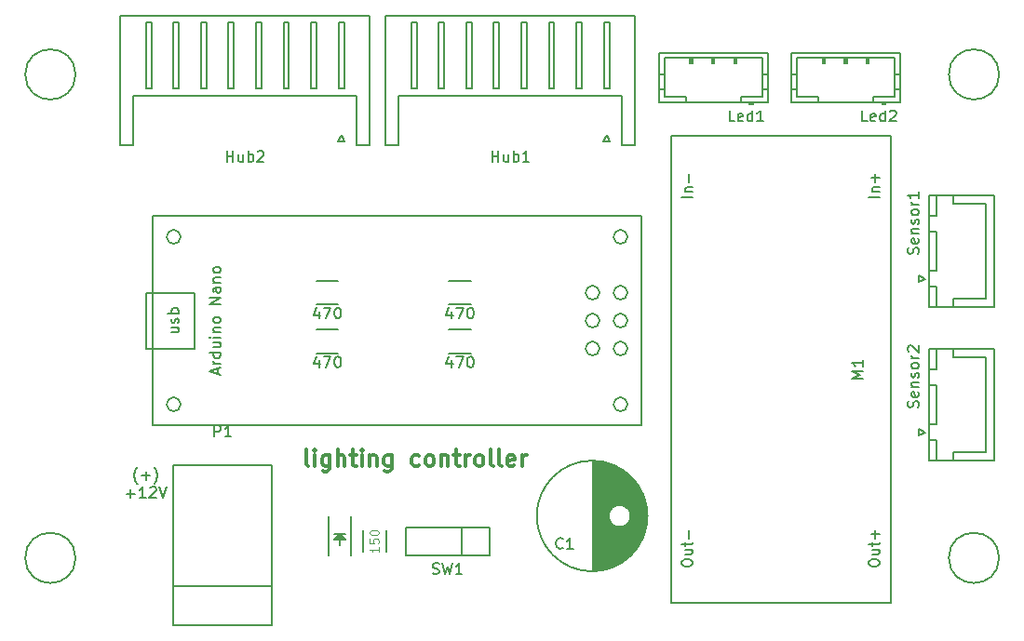
<source format=gbr>
G04 #@! TF.FileFunction,Legend,Top*
%FSLAX46Y46*%
G04 Gerber Fmt 4.6, Leading zero omitted, Abs format (unit mm)*
G04 Created by KiCad (PCBNEW 4.0.3+e1-6302~38~ubuntu15.04.1-stable) date Mon Sep 12 00:10:40 2016*
%MOMM*%
%LPD*%
G01*
G04 APERTURE LIST*
%ADD10C,0.100000*%
%ADD11C,0.300000*%
%ADD12C,0.150000*%
G04 APERTURE END LIST*
D10*
D11*
X81471715Y-78656571D02*
X81328857Y-78585143D01*
X81257429Y-78442286D01*
X81257429Y-77156571D01*
X82043143Y-78656571D02*
X82043143Y-77656571D01*
X82043143Y-77156571D02*
X81971714Y-77228000D01*
X82043143Y-77299429D01*
X82114571Y-77228000D01*
X82043143Y-77156571D01*
X82043143Y-77299429D01*
X83400286Y-77656571D02*
X83400286Y-78870857D01*
X83328857Y-79013714D01*
X83257429Y-79085143D01*
X83114572Y-79156571D01*
X82900286Y-79156571D01*
X82757429Y-79085143D01*
X83400286Y-78585143D02*
X83257429Y-78656571D01*
X82971715Y-78656571D01*
X82828857Y-78585143D01*
X82757429Y-78513714D01*
X82686000Y-78370857D01*
X82686000Y-77942286D01*
X82757429Y-77799429D01*
X82828857Y-77728000D01*
X82971715Y-77656571D01*
X83257429Y-77656571D01*
X83400286Y-77728000D01*
X84114572Y-78656571D02*
X84114572Y-77156571D01*
X84757429Y-78656571D02*
X84757429Y-77870857D01*
X84686000Y-77728000D01*
X84543143Y-77656571D01*
X84328858Y-77656571D01*
X84186000Y-77728000D01*
X84114572Y-77799429D01*
X85257429Y-77656571D02*
X85828858Y-77656571D01*
X85471715Y-77156571D02*
X85471715Y-78442286D01*
X85543143Y-78585143D01*
X85686001Y-78656571D01*
X85828858Y-78656571D01*
X86328858Y-78656571D02*
X86328858Y-77656571D01*
X86328858Y-77156571D02*
X86257429Y-77228000D01*
X86328858Y-77299429D01*
X86400286Y-77228000D01*
X86328858Y-77156571D01*
X86328858Y-77299429D01*
X87043144Y-77656571D02*
X87043144Y-78656571D01*
X87043144Y-77799429D02*
X87114572Y-77728000D01*
X87257430Y-77656571D01*
X87471715Y-77656571D01*
X87614572Y-77728000D01*
X87686001Y-77870857D01*
X87686001Y-78656571D01*
X89043144Y-77656571D02*
X89043144Y-78870857D01*
X88971715Y-79013714D01*
X88900287Y-79085143D01*
X88757430Y-79156571D01*
X88543144Y-79156571D01*
X88400287Y-79085143D01*
X89043144Y-78585143D02*
X88900287Y-78656571D01*
X88614573Y-78656571D01*
X88471715Y-78585143D01*
X88400287Y-78513714D01*
X88328858Y-78370857D01*
X88328858Y-77942286D01*
X88400287Y-77799429D01*
X88471715Y-77728000D01*
X88614573Y-77656571D01*
X88900287Y-77656571D01*
X89043144Y-77728000D01*
X91543144Y-78585143D02*
X91400287Y-78656571D01*
X91114573Y-78656571D01*
X90971715Y-78585143D01*
X90900287Y-78513714D01*
X90828858Y-78370857D01*
X90828858Y-77942286D01*
X90900287Y-77799429D01*
X90971715Y-77728000D01*
X91114573Y-77656571D01*
X91400287Y-77656571D01*
X91543144Y-77728000D01*
X92400287Y-78656571D02*
X92257429Y-78585143D01*
X92186001Y-78513714D01*
X92114572Y-78370857D01*
X92114572Y-77942286D01*
X92186001Y-77799429D01*
X92257429Y-77728000D01*
X92400287Y-77656571D01*
X92614572Y-77656571D01*
X92757429Y-77728000D01*
X92828858Y-77799429D01*
X92900287Y-77942286D01*
X92900287Y-78370857D01*
X92828858Y-78513714D01*
X92757429Y-78585143D01*
X92614572Y-78656571D01*
X92400287Y-78656571D01*
X93543144Y-77656571D02*
X93543144Y-78656571D01*
X93543144Y-77799429D02*
X93614572Y-77728000D01*
X93757430Y-77656571D01*
X93971715Y-77656571D01*
X94114572Y-77728000D01*
X94186001Y-77870857D01*
X94186001Y-78656571D01*
X94686001Y-77656571D02*
X95257430Y-77656571D01*
X94900287Y-77156571D02*
X94900287Y-78442286D01*
X94971715Y-78585143D01*
X95114573Y-78656571D01*
X95257430Y-78656571D01*
X95757430Y-78656571D02*
X95757430Y-77656571D01*
X95757430Y-77942286D02*
X95828858Y-77799429D01*
X95900287Y-77728000D01*
X96043144Y-77656571D01*
X96186001Y-77656571D01*
X96900287Y-78656571D02*
X96757429Y-78585143D01*
X96686001Y-78513714D01*
X96614572Y-78370857D01*
X96614572Y-77942286D01*
X96686001Y-77799429D01*
X96757429Y-77728000D01*
X96900287Y-77656571D01*
X97114572Y-77656571D01*
X97257429Y-77728000D01*
X97328858Y-77799429D01*
X97400287Y-77942286D01*
X97400287Y-78370857D01*
X97328858Y-78513714D01*
X97257429Y-78585143D01*
X97114572Y-78656571D01*
X96900287Y-78656571D01*
X98257430Y-78656571D02*
X98114572Y-78585143D01*
X98043144Y-78442286D01*
X98043144Y-77156571D01*
X99043144Y-78656571D02*
X98900286Y-78585143D01*
X98828858Y-78442286D01*
X98828858Y-77156571D01*
X100186000Y-78585143D02*
X100043143Y-78656571D01*
X99757429Y-78656571D01*
X99614572Y-78585143D01*
X99543143Y-78442286D01*
X99543143Y-77870857D01*
X99614572Y-77728000D01*
X99757429Y-77656571D01*
X100043143Y-77656571D01*
X100186000Y-77728000D01*
X100257429Y-77870857D01*
X100257429Y-78013714D01*
X99543143Y-78156571D01*
X100900286Y-78656571D02*
X100900286Y-77656571D01*
X100900286Y-77942286D02*
X100971714Y-77799429D01*
X101043143Y-77728000D01*
X101186000Y-77656571D01*
X101328857Y-77656571D01*
D12*
X65913096Y-80272333D02*
X65865476Y-80224714D01*
X65770238Y-80081857D01*
X65722619Y-79986619D01*
X65675000Y-79843762D01*
X65627381Y-79605667D01*
X65627381Y-79415190D01*
X65675000Y-79177095D01*
X65722619Y-79034238D01*
X65770238Y-78939000D01*
X65865476Y-78796143D01*
X65913096Y-78748524D01*
X66294048Y-79510429D02*
X67055953Y-79510429D01*
X66675001Y-79891381D02*
X66675001Y-79129476D01*
X67436905Y-80272333D02*
X67484524Y-80224714D01*
X67579762Y-80081857D01*
X67627381Y-79986619D01*
X67675000Y-79843762D01*
X67722619Y-79605667D01*
X67722619Y-79415190D01*
X67675000Y-79177095D01*
X67627381Y-79034238D01*
X67579762Y-78939000D01*
X67484524Y-78796143D01*
X67436905Y-78748524D01*
X64913095Y-81160429D02*
X65675000Y-81160429D01*
X65294048Y-81541381D02*
X65294048Y-80779476D01*
X66675000Y-81541381D02*
X66103571Y-81541381D01*
X66389285Y-81541381D02*
X66389285Y-80541381D01*
X66294047Y-80684238D01*
X66198809Y-80779476D01*
X66103571Y-80827095D01*
X67055952Y-80636619D02*
X67103571Y-80589000D01*
X67198809Y-80541381D01*
X67436905Y-80541381D01*
X67532143Y-80589000D01*
X67579762Y-80636619D01*
X67627381Y-80731857D01*
X67627381Y-80827095D01*
X67579762Y-80969952D01*
X67008333Y-81541381D01*
X67627381Y-81541381D01*
X67913095Y-80541381D02*
X68246428Y-81541381D01*
X68579762Y-80541381D01*
X107350000Y-78186000D02*
X107350000Y-88184000D01*
X107490000Y-78190000D02*
X107490000Y-88180000D01*
X107630000Y-78198000D02*
X107630000Y-88172000D01*
X107770000Y-78210000D02*
X107770000Y-88160000D01*
X107910000Y-78225000D02*
X107910000Y-88145000D01*
X108050000Y-78245000D02*
X108050000Y-88125000D01*
X108190000Y-78269000D02*
X108190000Y-88101000D01*
X108330000Y-78298000D02*
X108330000Y-88072000D01*
X108470000Y-78330000D02*
X108470000Y-88040000D01*
X108610000Y-78367000D02*
X108610000Y-88003000D01*
X108750000Y-78408000D02*
X108750000Y-87962000D01*
X108890000Y-78453000D02*
X108890000Y-82719000D01*
X108890000Y-83651000D02*
X108890000Y-87917000D01*
X109030000Y-78503000D02*
X109030000Y-82518000D01*
X109030000Y-83852000D02*
X109030000Y-87867000D01*
X109170000Y-78558000D02*
X109170000Y-82389000D01*
X109170000Y-83981000D02*
X109170000Y-87812000D01*
X109310000Y-78618000D02*
X109310000Y-82300000D01*
X109310000Y-84070000D02*
X109310000Y-87752000D01*
X109450000Y-78683000D02*
X109450000Y-82239000D01*
X109450000Y-84131000D02*
X109450000Y-87687000D01*
X109590000Y-78753000D02*
X109590000Y-82202000D01*
X109590000Y-84168000D02*
X109590000Y-87617000D01*
X109730000Y-78829000D02*
X109730000Y-82186000D01*
X109730000Y-84184000D02*
X109730000Y-87541000D01*
X109870000Y-78911000D02*
X109870000Y-82190000D01*
X109870000Y-84180000D02*
X109870000Y-87459000D01*
X110010000Y-78999000D02*
X110010000Y-82213000D01*
X110010000Y-84157000D02*
X110010000Y-87371000D01*
X110150000Y-79094000D02*
X110150000Y-82258000D01*
X110150000Y-84112000D02*
X110150000Y-87276000D01*
X110290000Y-79196000D02*
X110290000Y-82328000D01*
X110290000Y-84042000D02*
X110290000Y-87174000D01*
X110430000Y-79306000D02*
X110430000Y-82429000D01*
X110430000Y-83941000D02*
X110430000Y-87064000D01*
X110570000Y-79424000D02*
X110570000Y-82578000D01*
X110570000Y-83792000D02*
X110570000Y-86946000D01*
X110710000Y-79552000D02*
X110710000Y-82830000D01*
X110710000Y-83540000D02*
X110710000Y-86818000D01*
X110850000Y-79689000D02*
X110850000Y-86681000D01*
X110990000Y-79839000D02*
X110990000Y-86531000D01*
X111130000Y-80001000D02*
X111130000Y-86369000D01*
X111270000Y-80178000D02*
X111270000Y-86192000D01*
X111410000Y-80374000D02*
X111410000Y-85996000D01*
X111550000Y-80592000D02*
X111550000Y-85778000D01*
X111690000Y-80838000D02*
X111690000Y-85532000D01*
X111830000Y-81123000D02*
X111830000Y-85247000D01*
X111970000Y-81465000D02*
X111970000Y-84905000D01*
X112110000Y-81911000D02*
X112110000Y-84459000D01*
X112250000Y-82686000D02*
X112250000Y-83684000D01*
X110775000Y-83185000D02*
G75*
G03X110775000Y-83185000I-1000000J0D01*
G01*
X112312500Y-83185000D02*
G75*
G03X112312500Y-83185000I-5037500J0D01*
G01*
X99835000Y-37640000D02*
X111185000Y-37640000D01*
X111185000Y-37640000D02*
X111185000Y-49440000D01*
X111185000Y-49440000D02*
X109985000Y-49440000D01*
X109985000Y-49440000D02*
X109985000Y-44940000D01*
X109985000Y-44940000D02*
X99835000Y-44940000D01*
X99835000Y-37640000D02*
X88485000Y-37640000D01*
X88485000Y-37640000D02*
X88485000Y-49440000D01*
X88485000Y-49440000D02*
X89685000Y-49440000D01*
X89685000Y-49440000D02*
X89685000Y-44940000D01*
X89685000Y-44940000D02*
X99835000Y-44940000D01*
X108835000Y-44290000D02*
X108835000Y-38290000D01*
X108835000Y-38290000D02*
X108335000Y-38290000D01*
X108335000Y-38290000D02*
X108335000Y-44290000D01*
X108335000Y-44290000D02*
X108835000Y-44290000D01*
X106335000Y-44290000D02*
X106335000Y-38290000D01*
X106335000Y-38290000D02*
X105835000Y-38290000D01*
X105835000Y-38290000D02*
X105835000Y-44290000D01*
X105835000Y-44290000D02*
X106335000Y-44290000D01*
X103835000Y-44290000D02*
X103835000Y-38290000D01*
X103835000Y-38290000D02*
X103335000Y-38290000D01*
X103335000Y-38290000D02*
X103335000Y-44290000D01*
X103335000Y-44290000D02*
X103835000Y-44290000D01*
X101335000Y-44290000D02*
X101335000Y-38290000D01*
X101335000Y-38290000D02*
X100835000Y-38290000D01*
X100835000Y-38290000D02*
X100835000Y-44290000D01*
X100835000Y-44290000D02*
X101335000Y-44290000D01*
X98835000Y-44290000D02*
X98835000Y-38290000D01*
X98835000Y-38290000D02*
X98335000Y-38290000D01*
X98335000Y-38290000D02*
X98335000Y-44290000D01*
X98335000Y-44290000D02*
X98835000Y-44290000D01*
X96335000Y-44290000D02*
X96335000Y-38290000D01*
X96335000Y-38290000D02*
X95835000Y-38290000D01*
X95835000Y-38290000D02*
X95835000Y-44290000D01*
X95835000Y-44290000D02*
X96335000Y-44290000D01*
X93835000Y-44290000D02*
X93835000Y-38290000D01*
X93835000Y-38290000D02*
X93335000Y-38290000D01*
X93335000Y-38290000D02*
X93335000Y-44290000D01*
X93335000Y-44290000D02*
X93835000Y-44290000D01*
X91335000Y-44290000D02*
X91335000Y-38290000D01*
X91335000Y-38290000D02*
X90835000Y-38290000D01*
X90835000Y-38290000D02*
X90835000Y-44290000D01*
X90835000Y-44290000D02*
X91335000Y-44290000D01*
X108585000Y-48490000D02*
X108885000Y-49090000D01*
X108885000Y-49090000D02*
X108285000Y-49090000D01*
X108285000Y-49090000D02*
X108585000Y-48490000D01*
X75705000Y-37640000D02*
X87055000Y-37640000D01*
X87055000Y-37640000D02*
X87055000Y-49440000D01*
X87055000Y-49440000D02*
X85855000Y-49440000D01*
X85855000Y-49440000D02*
X85855000Y-44940000D01*
X85855000Y-44940000D02*
X75705000Y-44940000D01*
X75705000Y-37640000D02*
X64355000Y-37640000D01*
X64355000Y-37640000D02*
X64355000Y-49440000D01*
X64355000Y-49440000D02*
X65555000Y-49440000D01*
X65555000Y-49440000D02*
X65555000Y-44940000D01*
X65555000Y-44940000D02*
X75705000Y-44940000D01*
X84705000Y-44290000D02*
X84705000Y-38290000D01*
X84705000Y-38290000D02*
X84205000Y-38290000D01*
X84205000Y-38290000D02*
X84205000Y-44290000D01*
X84205000Y-44290000D02*
X84705000Y-44290000D01*
X82205000Y-44290000D02*
X82205000Y-38290000D01*
X82205000Y-38290000D02*
X81705000Y-38290000D01*
X81705000Y-38290000D02*
X81705000Y-44290000D01*
X81705000Y-44290000D02*
X82205000Y-44290000D01*
X79705000Y-44290000D02*
X79705000Y-38290000D01*
X79705000Y-38290000D02*
X79205000Y-38290000D01*
X79205000Y-38290000D02*
X79205000Y-44290000D01*
X79205000Y-44290000D02*
X79705000Y-44290000D01*
X77205000Y-44290000D02*
X77205000Y-38290000D01*
X77205000Y-38290000D02*
X76705000Y-38290000D01*
X76705000Y-38290000D02*
X76705000Y-44290000D01*
X76705000Y-44290000D02*
X77205000Y-44290000D01*
X74705000Y-44290000D02*
X74705000Y-38290000D01*
X74705000Y-38290000D02*
X74205000Y-38290000D01*
X74205000Y-38290000D02*
X74205000Y-44290000D01*
X74205000Y-44290000D02*
X74705000Y-44290000D01*
X72205000Y-44290000D02*
X72205000Y-38290000D01*
X72205000Y-38290000D02*
X71705000Y-38290000D01*
X71705000Y-38290000D02*
X71705000Y-44290000D01*
X71705000Y-44290000D02*
X72205000Y-44290000D01*
X69705000Y-44290000D02*
X69705000Y-38290000D01*
X69705000Y-38290000D02*
X69205000Y-38290000D01*
X69205000Y-38290000D02*
X69205000Y-44290000D01*
X69205000Y-44290000D02*
X69705000Y-44290000D01*
X67205000Y-44290000D02*
X67205000Y-38290000D01*
X67205000Y-38290000D02*
X66705000Y-38290000D01*
X66705000Y-38290000D02*
X66705000Y-44290000D01*
X66705000Y-44290000D02*
X67205000Y-44290000D01*
X84455000Y-48490000D02*
X84755000Y-49090000D01*
X84755000Y-49090000D02*
X84155000Y-49090000D01*
X84155000Y-49090000D02*
X84455000Y-48490000D01*
X123235000Y-41015000D02*
X123235000Y-45515000D01*
X123235000Y-45515000D02*
X113335000Y-45515000D01*
X113335000Y-45515000D02*
X113335000Y-41015000D01*
X113335000Y-41015000D02*
X123235000Y-41015000D01*
X120785000Y-45515000D02*
X120785000Y-45015000D01*
X120785000Y-45015000D02*
X122735000Y-45015000D01*
X122735000Y-45015000D02*
X122735000Y-41515000D01*
X122735000Y-41515000D02*
X113835000Y-41515000D01*
X113835000Y-41515000D02*
X113835000Y-45015000D01*
X113835000Y-45015000D02*
X115785000Y-45015000D01*
X115785000Y-45015000D02*
X115785000Y-45515000D01*
X123235000Y-44315000D02*
X122735000Y-44315000D01*
X123235000Y-43015000D02*
X122735000Y-43015000D01*
X113835000Y-44315000D02*
X113335000Y-44315000D01*
X113835000Y-43015000D02*
X113335000Y-43015000D01*
X121585000Y-45515000D02*
X121585000Y-45715000D01*
X121585000Y-45715000D02*
X121885000Y-45715000D01*
X121885000Y-45715000D02*
X121885000Y-45515000D01*
X121585000Y-45615000D02*
X121885000Y-45615000D01*
X120385000Y-41515000D02*
X120385000Y-42015000D01*
X120385000Y-42015000D02*
X120185000Y-42015000D01*
X120185000Y-42015000D02*
X120185000Y-41515000D01*
X120285000Y-41515000D02*
X120285000Y-42015000D01*
X118385000Y-41515000D02*
X118385000Y-42015000D01*
X118385000Y-42015000D02*
X118185000Y-42015000D01*
X118185000Y-42015000D02*
X118185000Y-41515000D01*
X118285000Y-41515000D02*
X118285000Y-42015000D01*
X116385000Y-41515000D02*
X116385000Y-42015000D01*
X116385000Y-42015000D02*
X116185000Y-42015000D01*
X116185000Y-42015000D02*
X116185000Y-41515000D01*
X116285000Y-41515000D02*
X116285000Y-42015000D01*
X135300000Y-41015000D02*
X135300000Y-45515000D01*
X135300000Y-45515000D02*
X125400000Y-45515000D01*
X125400000Y-45515000D02*
X125400000Y-41015000D01*
X125400000Y-41015000D02*
X135300000Y-41015000D01*
X132850000Y-45515000D02*
X132850000Y-45015000D01*
X132850000Y-45015000D02*
X134800000Y-45015000D01*
X134800000Y-45015000D02*
X134800000Y-41515000D01*
X134800000Y-41515000D02*
X125900000Y-41515000D01*
X125900000Y-41515000D02*
X125900000Y-45015000D01*
X125900000Y-45015000D02*
X127850000Y-45015000D01*
X127850000Y-45015000D02*
X127850000Y-45515000D01*
X135300000Y-44315000D02*
X134800000Y-44315000D01*
X135300000Y-43015000D02*
X134800000Y-43015000D01*
X125900000Y-44315000D02*
X125400000Y-44315000D01*
X125900000Y-43015000D02*
X125400000Y-43015000D01*
X133650000Y-45515000D02*
X133650000Y-45715000D01*
X133650000Y-45715000D02*
X133950000Y-45715000D01*
X133950000Y-45715000D02*
X133950000Y-45515000D01*
X133650000Y-45615000D02*
X133950000Y-45615000D01*
X132450000Y-41515000D02*
X132450000Y-42015000D01*
X132450000Y-42015000D02*
X132250000Y-42015000D01*
X132250000Y-42015000D02*
X132250000Y-41515000D01*
X132350000Y-41515000D02*
X132350000Y-42015000D01*
X130450000Y-41515000D02*
X130450000Y-42015000D01*
X130450000Y-42015000D02*
X130250000Y-42015000D01*
X130250000Y-42015000D02*
X130250000Y-41515000D01*
X130350000Y-41515000D02*
X130350000Y-42015000D01*
X128450000Y-41515000D02*
X128450000Y-42015000D01*
X128450000Y-42015000D02*
X128250000Y-42015000D01*
X128250000Y-42015000D02*
X128250000Y-41515000D01*
X128350000Y-41515000D02*
X128350000Y-42015000D01*
X84185000Y-63940000D02*
X82185000Y-63940000D01*
X82185000Y-61790000D02*
X84185000Y-61790000D01*
X82185000Y-66235000D02*
X84185000Y-66235000D01*
X84185000Y-68385000D02*
X82185000Y-68385000D01*
X96250000Y-63940000D02*
X94250000Y-63940000D01*
X94250000Y-61790000D02*
X96250000Y-61790000D01*
X96250000Y-68385000D02*
X94250000Y-68385000D01*
X94250000Y-66235000D02*
X96250000Y-66235000D01*
X137885000Y-64145000D02*
X143835000Y-64145000D01*
X143835000Y-64145000D02*
X143835000Y-54045000D01*
X143835000Y-54045000D02*
X137885000Y-54045000D01*
X137885000Y-54045000D02*
X137885000Y-64145000D01*
X137885000Y-60845000D02*
X138635000Y-60845000D01*
X138635000Y-60845000D02*
X138635000Y-57345000D01*
X138635000Y-57345000D02*
X137885000Y-57345000D01*
X137885000Y-57345000D02*
X137885000Y-60845000D01*
X137885000Y-64145000D02*
X138635000Y-64145000D01*
X138635000Y-64145000D02*
X138635000Y-62345000D01*
X138635000Y-62345000D02*
X137885000Y-62345000D01*
X137885000Y-62345000D02*
X137885000Y-64145000D01*
X137885000Y-55845000D02*
X138635000Y-55845000D01*
X138635000Y-55845000D02*
X138635000Y-54045000D01*
X138635000Y-54045000D02*
X137885000Y-54045000D01*
X137885000Y-54045000D02*
X137885000Y-55845000D01*
X140135000Y-64145000D02*
X140135000Y-63395000D01*
X140135000Y-63395000D02*
X143085000Y-63395000D01*
X143085000Y-63395000D02*
X143085000Y-59095000D01*
X140135000Y-54045000D02*
X140135000Y-54795000D01*
X140135000Y-54795000D02*
X143085000Y-54795000D01*
X143085000Y-54795000D02*
X143085000Y-59095000D01*
X137585000Y-61595000D02*
X136985000Y-61895000D01*
X136985000Y-61895000D02*
X136985000Y-61295000D01*
X136985000Y-61295000D02*
X137585000Y-61595000D01*
X137885000Y-78115000D02*
X143835000Y-78115000D01*
X143835000Y-78115000D02*
X143835000Y-68015000D01*
X143835000Y-68015000D02*
X137885000Y-68015000D01*
X137885000Y-68015000D02*
X137885000Y-78115000D01*
X137885000Y-74815000D02*
X138635000Y-74815000D01*
X138635000Y-74815000D02*
X138635000Y-71315000D01*
X138635000Y-71315000D02*
X137885000Y-71315000D01*
X137885000Y-71315000D02*
X137885000Y-74815000D01*
X137885000Y-78115000D02*
X138635000Y-78115000D01*
X138635000Y-78115000D02*
X138635000Y-76315000D01*
X138635000Y-76315000D02*
X137885000Y-76315000D01*
X137885000Y-76315000D02*
X137885000Y-78115000D01*
X137885000Y-69815000D02*
X138635000Y-69815000D01*
X138635000Y-69815000D02*
X138635000Y-68015000D01*
X138635000Y-68015000D02*
X137885000Y-68015000D01*
X137885000Y-68015000D02*
X137885000Y-69815000D01*
X140135000Y-78115000D02*
X140135000Y-77365000D01*
X140135000Y-77365000D02*
X143085000Y-77365000D01*
X143085000Y-77365000D02*
X143085000Y-73065000D01*
X140135000Y-68015000D02*
X140135000Y-68765000D01*
X140135000Y-68765000D02*
X143085000Y-68765000D01*
X143085000Y-68765000D02*
X143085000Y-73065000D01*
X137585000Y-75565000D02*
X136985000Y-75865000D01*
X136985000Y-75865000D02*
X136985000Y-75265000D01*
X136985000Y-75265000D02*
X137585000Y-75565000D01*
X60286000Y-43000000D02*
G75*
G03X60286000Y-43000000I-2286000J0D01*
G01*
X144286000Y-43000000D02*
G75*
G03X144286000Y-43000000I-2286000J0D01*
G01*
X60286000Y-87000000D02*
G75*
G03X60286000Y-87000000I-2286000J0D01*
G01*
X144286000Y-87000000D02*
G75*
G03X144286000Y-87000000I-2286000J0D01*
G01*
X111760000Y-55880000D02*
X111760000Y-74930000D01*
X111760000Y-74930000D02*
X67310000Y-74930000D01*
X67310000Y-74930000D02*
X67310000Y-55880000D01*
X67310000Y-55880000D02*
X111760000Y-55880000D01*
X69850000Y-57785000D02*
G75*
G03X69850000Y-57785000I-635000J0D01*
G01*
X69850000Y-73025000D02*
G75*
G03X69850000Y-73025000I-635000J0D01*
G01*
X110490000Y-57785000D02*
G75*
G03X110490000Y-57785000I-635000J0D01*
G01*
X110490000Y-73025000D02*
G75*
G03X110490000Y-73025000I-635000J0D01*
G01*
X110490000Y-62865000D02*
G75*
G03X110490000Y-62865000I-635000J0D01*
G01*
X107950000Y-62865000D02*
G75*
G03X107950000Y-62865000I-635000J0D01*
G01*
X107950000Y-67945000D02*
G75*
G03X107950000Y-67945000I-635000J0D01*
G01*
X110490000Y-67945000D02*
G75*
G03X110490000Y-67945000I-635000J0D01*
G01*
X110490000Y-65405000D02*
G75*
G03X110490000Y-65405000I-635000J0D01*
G01*
X107950000Y-65405000D02*
G75*
G03X107950000Y-65405000I-635000J0D01*
G01*
X71120000Y-67945000D02*
X71120000Y-62865000D01*
X66675000Y-62865000D02*
X66675000Y-67945000D01*
X66675000Y-62865000D02*
X71120000Y-62865000D01*
X71120000Y-67945000D02*
X66675000Y-67945000D01*
X134460000Y-48600000D02*
X114460000Y-48600000D01*
X114460000Y-48600000D02*
X114460000Y-91100000D01*
X114460000Y-91100000D02*
X134460000Y-91100000D01*
X134460000Y-48600000D02*
X134460000Y-91100000D01*
X69159120Y-89598500D02*
X78160880Y-89598500D01*
X69159120Y-93098620D02*
X78160880Y-93098620D01*
X78160880Y-93098620D02*
X78160880Y-78597760D01*
X78160880Y-78597760D02*
X69159120Y-78597760D01*
X69159120Y-78597760D02*
X69159120Y-93098620D01*
X97917000Y-84201000D02*
X97917000Y-86741000D01*
X97917000Y-86741000D02*
X90297000Y-86741000D01*
X90297000Y-86741000D02*
X90297000Y-84201000D01*
X90297000Y-84201000D02*
X97917000Y-84201000D01*
X95377000Y-86741000D02*
X95377000Y-84201000D01*
X83278000Y-83194000D02*
X83278000Y-86794000D01*
X85378000Y-83194000D02*
X85378000Y-86794000D01*
X84628000Y-85244000D02*
X84028000Y-85244000D01*
X84028000Y-85244000D02*
X84328000Y-84944000D01*
X84328000Y-84944000D02*
X84528000Y-85144000D01*
X84528000Y-85144000D02*
X84278000Y-85144000D01*
X84278000Y-85144000D02*
X84328000Y-85094000D01*
X84828000Y-84844000D02*
X83828000Y-84844000D01*
X84328000Y-85344000D02*
X84328000Y-85844000D01*
X84328000Y-84844000D02*
X84828000Y-85344000D01*
X84828000Y-85344000D02*
X83828000Y-85344000D01*
X83828000Y-85344000D02*
X84328000Y-84844000D01*
X88578000Y-84471000D02*
X88578000Y-86471000D01*
X86428000Y-86471000D02*
X86428000Y-84471000D01*
X104608334Y-86082143D02*
X104560715Y-86129762D01*
X104417858Y-86177381D01*
X104322620Y-86177381D01*
X104179762Y-86129762D01*
X104084524Y-86034524D01*
X104036905Y-85939286D01*
X103989286Y-85748810D01*
X103989286Y-85605952D01*
X104036905Y-85415476D01*
X104084524Y-85320238D01*
X104179762Y-85225000D01*
X104322620Y-85177381D01*
X104417858Y-85177381D01*
X104560715Y-85225000D01*
X104608334Y-85272619D01*
X105560715Y-86177381D02*
X104989286Y-86177381D01*
X105275000Y-86177381D02*
X105275000Y-85177381D01*
X105179762Y-85320238D01*
X105084524Y-85415476D01*
X104989286Y-85463095D01*
X98168333Y-50942381D02*
X98168333Y-49942381D01*
X98168333Y-50418571D02*
X98739762Y-50418571D01*
X98739762Y-50942381D02*
X98739762Y-49942381D01*
X99644524Y-50275714D02*
X99644524Y-50942381D01*
X99215952Y-50275714D02*
X99215952Y-50799524D01*
X99263571Y-50894762D01*
X99358809Y-50942381D01*
X99501667Y-50942381D01*
X99596905Y-50894762D01*
X99644524Y-50847143D01*
X100120714Y-50942381D02*
X100120714Y-49942381D01*
X100120714Y-50323333D02*
X100215952Y-50275714D01*
X100406429Y-50275714D01*
X100501667Y-50323333D01*
X100549286Y-50370952D01*
X100596905Y-50466190D01*
X100596905Y-50751905D01*
X100549286Y-50847143D01*
X100501667Y-50894762D01*
X100406429Y-50942381D01*
X100215952Y-50942381D01*
X100120714Y-50894762D01*
X101549286Y-50942381D02*
X100977857Y-50942381D01*
X101263571Y-50942381D02*
X101263571Y-49942381D01*
X101168333Y-50085238D01*
X101073095Y-50180476D01*
X100977857Y-50228095D01*
X74038333Y-50942381D02*
X74038333Y-49942381D01*
X74038333Y-50418571D02*
X74609762Y-50418571D01*
X74609762Y-50942381D02*
X74609762Y-49942381D01*
X75514524Y-50275714D02*
X75514524Y-50942381D01*
X75085952Y-50275714D02*
X75085952Y-50799524D01*
X75133571Y-50894762D01*
X75228809Y-50942381D01*
X75371667Y-50942381D01*
X75466905Y-50894762D01*
X75514524Y-50847143D01*
X75990714Y-50942381D02*
X75990714Y-49942381D01*
X75990714Y-50323333D02*
X76085952Y-50275714D01*
X76276429Y-50275714D01*
X76371667Y-50323333D01*
X76419286Y-50370952D01*
X76466905Y-50466190D01*
X76466905Y-50751905D01*
X76419286Y-50847143D01*
X76371667Y-50894762D01*
X76276429Y-50942381D01*
X76085952Y-50942381D01*
X75990714Y-50894762D01*
X76847857Y-50037619D02*
X76895476Y-49990000D01*
X76990714Y-49942381D01*
X77228810Y-49942381D01*
X77324048Y-49990000D01*
X77371667Y-50037619D01*
X77419286Y-50132857D01*
X77419286Y-50228095D01*
X77371667Y-50370952D01*
X76800238Y-50942381D01*
X77419286Y-50942381D01*
X120237381Y-47267381D02*
X119761190Y-47267381D01*
X119761190Y-46267381D01*
X120951667Y-47219762D02*
X120856429Y-47267381D01*
X120665952Y-47267381D01*
X120570714Y-47219762D01*
X120523095Y-47124524D01*
X120523095Y-46743571D01*
X120570714Y-46648333D01*
X120665952Y-46600714D01*
X120856429Y-46600714D01*
X120951667Y-46648333D01*
X120999286Y-46743571D01*
X120999286Y-46838810D01*
X120523095Y-46934048D01*
X121856429Y-47267381D02*
X121856429Y-46267381D01*
X121856429Y-47219762D02*
X121761191Y-47267381D01*
X121570714Y-47267381D01*
X121475476Y-47219762D01*
X121427857Y-47172143D01*
X121380238Y-47076905D01*
X121380238Y-46791190D01*
X121427857Y-46695952D01*
X121475476Y-46648333D01*
X121570714Y-46600714D01*
X121761191Y-46600714D01*
X121856429Y-46648333D01*
X122856429Y-47267381D02*
X122285000Y-47267381D01*
X122570714Y-47267381D02*
X122570714Y-46267381D01*
X122475476Y-46410238D01*
X122380238Y-46505476D01*
X122285000Y-46553095D01*
X132302381Y-47267381D02*
X131826190Y-47267381D01*
X131826190Y-46267381D01*
X133016667Y-47219762D02*
X132921429Y-47267381D01*
X132730952Y-47267381D01*
X132635714Y-47219762D01*
X132588095Y-47124524D01*
X132588095Y-46743571D01*
X132635714Y-46648333D01*
X132730952Y-46600714D01*
X132921429Y-46600714D01*
X133016667Y-46648333D01*
X133064286Y-46743571D01*
X133064286Y-46838810D01*
X132588095Y-46934048D01*
X133921429Y-47267381D02*
X133921429Y-46267381D01*
X133921429Y-47219762D02*
X133826191Y-47267381D01*
X133635714Y-47267381D01*
X133540476Y-47219762D01*
X133492857Y-47172143D01*
X133445238Y-47076905D01*
X133445238Y-46791190D01*
X133492857Y-46695952D01*
X133540476Y-46648333D01*
X133635714Y-46600714D01*
X133826191Y-46600714D01*
X133921429Y-46648333D01*
X134350000Y-46362619D02*
X134397619Y-46315000D01*
X134492857Y-46267381D01*
X134730953Y-46267381D01*
X134826191Y-46315000D01*
X134873810Y-46362619D01*
X134921429Y-46457857D01*
X134921429Y-46553095D01*
X134873810Y-46695952D01*
X134302381Y-47267381D01*
X134921429Y-47267381D01*
X82423096Y-64555714D02*
X82423096Y-65222381D01*
X82185000Y-64174762D02*
X81946905Y-64889048D01*
X82565953Y-64889048D01*
X82851667Y-64222381D02*
X83518334Y-64222381D01*
X83089762Y-65222381D01*
X84089762Y-64222381D02*
X84185001Y-64222381D01*
X84280239Y-64270000D01*
X84327858Y-64317619D01*
X84375477Y-64412857D01*
X84423096Y-64603333D01*
X84423096Y-64841429D01*
X84375477Y-65031905D01*
X84327858Y-65127143D01*
X84280239Y-65174762D01*
X84185001Y-65222381D01*
X84089762Y-65222381D01*
X83994524Y-65174762D01*
X83946905Y-65127143D01*
X83899286Y-65031905D01*
X83851667Y-64841429D01*
X83851667Y-64603333D01*
X83899286Y-64412857D01*
X83946905Y-64317619D01*
X83994524Y-64270000D01*
X84089762Y-64222381D01*
X82423096Y-69000714D02*
X82423096Y-69667381D01*
X82185000Y-68619762D02*
X81946905Y-69334048D01*
X82565953Y-69334048D01*
X82851667Y-68667381D02*
X83518334Y-68667381D01*
X83089762Y-69667381D01*
X84089762Y-68667381D02*
X84185001Y-68667381D01*
X84280239Y-68715000D01*
X84327858Y-68762619D01*
X84375477Y-68857857D01*
X84423096Y-69048333D01*
X84423096Y-69286429D01*
X84375477Y-69476905D01*
X84327858Y-69572143D01*
X84280239Y-69619762D01*
X84185001Y-69667381D01*
X84089762Y-69667381D01*
X83994524Y-69619762D01*
X83946905Y-69572143D01*
X83899286Y-69476905D01*
X83851667Y-69286429D01*
X83851667Y-69048333D01*
X83899286Y-68857857D01*
X83946905Y-68762619D01*
X83994524Y-68715000D01*
X84089762Y-68667381D01*
X94488096Y-64555714D02*
X94488096Y-65222381D01*
X94250000Y-64174762D02*
X94011905Y-64889048D01*
X94630953Y-64889048D01*
X94916667Y-64222381D02*
X95583334Y-64222381D01*
X95154762Y-65222381D01*
X96154762Y-64222381D02*
X96250001Y-64222381D01*
X96345239Y-64270000D01*
X96392858Y-64317619D01*
X96440477Y-64412857D01*
X96488096Y-64603333D01*
X96488096Y-64841429D01*
X96440477Y-65031905D01*
X96392858Y-65127143D01*
X96345239Y-65174762D01*
X96250001Y-65222381D01*
X96154762Y-65222381D01*
X96059524Y-65174762D01*
X96011905Y-65127143D01*
X95964286Y-65031905D01*
X95916667Y-64841429D01*
X95916667Y-64603333D01*
X95964286Y-64412857D01*
X96011905Y-64317619D01*
X96059524Y-64270000D01*
X96154762Y-64222381D01*
X94488096Y-69000714D02*
X94488096Y-69667381D01*
X94250000Y-68619762D02*
X94011905Y-69334048D01*
X94630953Y-69334048D01*
X94916667Y-68667381D02*
X95583334Y-68667381D01*
X95154762Y-69667381D01*
X96154762Y-68667381D02*
X96250001Y-68667381D01*
X96345239Y-68715000D01*
X96392858Y-68762619D01*
X96440477Y-68857857D01*
X96488096Y-69048333D01*
X96488096Y-69286429D01*
X96440477Y-69476905D01*
X96392858Y-69572143D01*
X96345239Y-69619762D01*
X96250001Y-69667381D01*
X96154762Y-69667381D01*
X96059524Y-69619762D01*
X96011905Y-69572143D01*
X95964286Y-69476905D01*
X95916667Y-69286429D01*
X95916667Y-69048333D01*
X95964286Y-68857857D01*
X96011905Y-68762619D01*
X96059524Y-68715000D01*
X96154762Y-68667381D01*
X136929762Y-59324524D02*
X136977381Y-59181667D01*
X136977381Y-58943571D01*
X136929762Y-58848333D01*
X136882143Y-58800714D01*
X136786905Y-58753095D01*
X136691667Y-58753095D01*
X136596429Y-58800714D01*
X136548810Y-58848333D01*
X136501190Y-58943571D01*
X136453571Y-59134048D01*
X136405952Y-59229286D01*
X136358333Y-59276905D01*
X136263095Y-59324524D01*
X136167857Y-59324524D01*
X136072619Y-59276905D01*
X136025000Y-59229286D01*
X135977381Y-59134048D01*
X135977381Y-58895952D01*
X136025000Y-58753095D01*
X136929762Y-57943571D02*
X136977381Y-58038809D01*
X136977381Y-58229286D01*
X136929762Y-58324524D01*
X136834524Y-58372143D01*
X136453571Y-58372143D01*
X136358333Y-58324524D01*
X136310714Y-58229286D01*
X136310714Y-58038809D01*
X136358333Y-57943571D01*
X136453571Y-57895952D01*
X136548810Y-57895952D01*
X136644048Y-58372143D01*
X136310714Y-57467381D02*
X136977381Y-57467381D01*
X136405952Y-57467381D02*
X136358333Y-57419762D01*
X136310714Y-57324524D01*
X136310714Y-57181666D01*
X136358333Y-57086428D01*
X136453571Y-57038809D01*
X136977381Y-57038809D01*
X136929762Y-56610238D02*
X136977381Y-56515000D01*
X136977381Y-56324524D01*
X136929762Y-56229285D01*
X136834524Y-56181666D01*
X136786905Y-56181666D01*
X136691667Y-56229285D01*
X136644048Y-56324524D01*
X136644048Y-56467381D01*
X136596429Y-56562619D01*
X136501190Y-56610238D01*
X136453571Y-56610238D01*
X136358333Y-56562619D01*
X136310714Y-56467381D01*
X136310714Y-56324524D01*
X136358333Y-56229285D01*
X136977381Y-55610238D02*
X136929762Y-55705476D01*
X136882143Y-55753095D01*
X136786905Y-55800714D01*
X136501190Y-55800714D01*
X136405952Y-55753095D01*
X136358333Y-55705476D01*
X136310714Y-55610238D01*
X136310714Y-55467380D01*
X136358333Y-55372142D01*
X136405952Y-55324523D01*
X136501190Y-55276904D01*
X136786905Y-55276904D01*
X136882143Y-55324523D01*
X136929762Y-55372142D01*
X136977381Y-55467380D01*
X136977381Y-55610238D01*
X136977381Y-54848333D02*
X136310714Y-54848333D01*
X136501190Y-54848333D02*
X136405952Y-54800714D01*
X136358333Y-54753095D01*
X136310714Y-54657857D01*
X136310714Y-54562618D01*
X136977381Y-53705475D02*
X136977381Y-54276904D01*
X136977381Y-53991190D02*
X135977381Y-53991190D01*
X136120238Y-54086428D01*
X136215476Y-54181666D01*
X136263095Y-54276904D01*
X136929762Y-73294524D02*
X136977381Y-73151667D01*
X136977381Y-72913571D01*
X136929762Y-72818333D01*
X136882143Y-72770714D01*
X136786905Y-72723095D01*
X136691667Y-72723095D01*
X136596429Y-72770714D01*
X136548810Y-72818333D01*
X136501190Y-72913571D01*
X136453571Y-73104048D01*
X136405952Y-73199286D01*
X136358333Y-73246905D01*
X136263095Y-73294524D01*
X136167857Y-73294524D01*
X136072619Y-73246905D01*
X136025000Y-73199286D01*
X135977381Y-73104048D01*
X135977381Y-72865952D01*
X136025000Y-72723095D01*
X136929762Y-71913571D02*
X136977381Y-72008809D01*
X136977381Y-72199286D01*
X136929762Y-72294524D01*
X136834524Y-72342143D01*
X136453571Y-72342143D01*
X136358333Y-72294524D01*
X136310714Y-72199286D01*
X136310714Y-72008809D01*
X136358333Y-71913571D01*
X136453571Y-71865952D01*
X136548810Y-71865952D01*
X136644048Y-72342143D01*
X136310714Y-71437381D02*
X136977381Y-71437381D01*
X136405952Y-71437381D02*
X136358333Y-71389762D01*
X136310714Y-71294524D01*
X136310714Y-71151666D01*
X136358333Y-71056428D01*
X136453571Y-71008809D01*
X136977381Y-71008809D01*
X136929762Y-70580238D02*
X136977381Y-70485000D01*
X136977381Y-70294524D01*
X136929762Y-70199285D01*
X136834524Y-70151666D01*
X136786905Y-70151666D01*
X136691667Y-70199285D01*
X136644048Y-70294524D01*
X136644048Y-70437381D01*
X136596429Y-70532619D01*
X136501190Y-70580238D01*
X136453571Y-70580238D01*
X136358333Y-70532619D01*
X136310714Y-70437381D01*
X136310714Y-70294524D01*
X136358333Y-70199285D01*
X136977381Y-69580238D02*
X136929762Y-69675476D01*
X136882143Y-69723095D01*
X136786905Y-69770714D01*
X136501190Y-69770714D01*
X136405952Y-69723095D01*
X136358333Y-69675476D01*
X136310714Y-69580238D01*
X136310714Y-69437380D01*
X136358333Y-69342142D01*
X136405952Y-69294523D01*
X136501190Y-69246904D01*
X136786905Y-69246904D01*
X136882143Y-69294523D01*
X136929762Y-69342142D01*
X136977381Y-69437380D01*
X136977381Y-69580238D01*
X136977381Y-68818333D02*
X136310714Y-68818333D01*
X136501190Y-68818333D02*
X136405952Y-68770714D01*
X136358333Y-68723095D01*
X136310714Y-68627857D01*
X136310714Y-68532618D01*
X136072619Y-68246904D02*
X136025000Y-68199285D01*
X135977381Y-68104047D01*
X135977381Y-67865951D01*
X136025000Y-67770713D01*
X136072619Y-67723094D01*
X136167857Y-67675475D01*
X136263095Y-67675475D01*
X136405952Y-67723094D01*
X136977381Y-68294523D01*
X136977381Y-67675475D01*
X73191667Y-70262143D02*
X73191667Y-69785952D01*
X73477381Y-70357381D02*
X72477381Y-70024048D01*
X73477381Y-69690714D01*
X73477381Y-69357381D02*
X72810714Y-69357381D01*
X73001190Y-69357381D02*
X72905952Y-69309762D01*
X72858333Y-69262143D01*
X72810714Y-69166905D01*
X72810714Y-69071666D01*
X73477381Y-68309761D02*
X72477381Y-68309761D01*
X73429762Y-68309761D02*
X73477381Y-68404999D01*
X73477381Y-68595476D01*
X73429762Y-68690714D01*
X73382143Y-68738333D01*
X73286905Y-68785952D01*
X73001190Y-68785952D01*
X72905952Y-68738333D01*
X72858333Y-68690714D01*
X72810714Y-68595476D01*
X72810714Y-68404999D01*
X72858333Y-68309761D01*
X72810714Y-67404999D02*
X73477381Y-67404999D01*
X72810714Y-67833571D02*
X73334524Y-67833571D01*
X73429762Y-67785952D01*
X73477381Y-67690714D01*
X73477381Y-67547856D01*
X73429762Y-67452618D01*
X73382143Y-67404999D01*
X73477381Y-66928809D02*
X72810714Y-66928809D01*
X72477381Y-66928809D02*
X72525000Y-66976428D01*
X72572619Y-66928809D01*
X72525000Y-66881190D01*
X72477381Y-66928809D01*
X72572619Y-66928809D01*
X72810714Y-66452619D02*
X73477381Y-66452619D01*
X72905952Y-66452619D02*
X72858333Y-66405000D01*
X72810714Y-66309762D01*
X72810714Y-66166904D01*
X72858333Y-66071666D01*
X72953571Y-66024047D01*
X73477381Y-66024047D01*
X73477381Y-65405000D02*
X73429762Y-65500238D01*
X73382143Y-65547857D01*
X73286905Y-65595476D01*
X73001190Y-65595476D01*
X72905952Y-65547857D01*
X72858333Y-65500238D01*
X72810714Y-65405000D01*
X72810714Y-65262142D01*
X72858333Y-65166904D01*
X72905952Y-65119285D01*
X73001190Y-65071666D01*
X73286905Y-65071666D01*
X73382143Y-65119285D01*
X73429762Y-65166904D01*
X73477381Y-65262142D01*
X73477381Y-65405000D01*
X73477381Y-63881190D02*
X72477381Y-63881190D01*
X73477381Y-63309761D01*
X72477381Y-63309761D01*
X73477381Y-62404999D02*
X72953571Y-62404999D01*
X72858333Y-62452618D01*
X72810714Y-62547856D01*
X72810714Y-62738333D01*
X72858333Y-62833571D01*
X73429762Y-62404999D02*
X73477381Y-62500237D01*
X73477381Y-62738333D01*
X73429762Y-62833571D01*
X73334524Y-62881190D01*
X73239286Y-62881190D01*
X73144048Y-62833571D01*
X73096429Y-62738333D01*
X73096429Y-62500237D01*
X73048810Y-62404999D01*
X72810714Y-61928809D02*
X73477381Y-61928809D01*
X72905952Y-61928809D02*
X72858333Y-61881190D01*
X72810714Y-61785952D01*
X72810714Y-61643094D01*
X72858333Y-61547856D01*
X72953571Y-61500237D01*
X73477381Y-61500237D01*
X73477381Y-60881190D02*
X73429762Y-60976428D01*
X73382143Y-61024047D01*
X73286905Y-61071666D01*
X73001190Y-61071666D01*
X72905952Y-61024047D01*
X72858333Y-60976428D01*
X72810714Y-60881190D01*
X72810714Y-60738332D01*
X72858333Y-60643094D01*
X72905952Y-60595475D01*
X73001190Y-60547856D01*
X73286905Y-60547856D01*
X73382143Y-60595475D01*
X73429762Y-60643094D01*
X73477381Y-60738332D01*
X73477381Y-60881190D01*
X69000714Y-66047857D02*
X69667381Y-66047857D01*
X69000714Y-66476429D02*
X69524524Y-66476429D01*
X69619762Y-66428810D01*
X69667381Y-66333572D01*
X69667381Y-66190714D01*
X69619762Y-66095476D01*
X69572143Y-66047857D01*
X69619762Y-65619286D02*
X69667381Y-65524048D01*
X69667381Y-65333572D01*
X69619762Y-65238333D01*
X69524524Y-65190714D01*
X69476905Y-65190714D01*
X69381667Y-65238333D01*
X69334048Y-65333572D01*
X69334048Y-65476429D01*
X69286429Y-65571667D01*
X69191190Y-65619286D01*
X69143571Y-65619286D01*
X69048333Y-65571667D01*
X69000714Y-65476429D01*
X69000714Y-65333572D01*
X69048333Y-65238333D01*
X69667381Y-64762143D02*
X68667381Y-64762143D01*
X69048333Y-64762143D02*
X69000714Y-64666905D01*
X69000714Y-64476428D01*
X69048333Y-64381190D01*
X69095952Y-64333571D01*
X69191190Y-64285952D01*
X69476905Y-64285952D01*
X69572143Y-64333571D01*
X69619762Y-64381190D01*
X69667381Y-64476428D01*
X69667381Y-64666905D01*
X69619762Y-64762143D01*
X131912381Y-70659524D02*
X130912381Y-70659524D01*
X131626667Y-70326190D01*
X130912381Y-69992857D01*
X131912381Y-69992857D01*
X131912381Y-68992857D02*
X131912381Y-69564286D01*
X131912381Y-69278572D02*
X130912381Y-69278572D01*
X131055238Y-69373810D01*
X131150476Y-69469048D01*
X131198095Y-69564286D01*
X115412381Y-87552381D02*
X115412381Y-87361904D01*
X115460000Y-87266666D01*
X115555238Y-87171428D01*
X115745714Y-87123809D01*
X116079048Y-87123809D01*
X116269524Y-87171428D01*
X116364762Y-87266666D01*
X116412381Y-87361904D01*
X116412381Y-87552381D01*
X116364762Y-87647619D01*
X116269524Y-87742857D01*
X116079048Y-87790476D01*
X115745714Y-87790476D01*
X115555238Y-87742857D01*
X115460000Y-87647619D01*
X115412381Y-87552381D01*
X115745714Y-86266666D02*
X116412381Y-86266666D01*
X115745714Y-86695238D02*
X116269524Y-86695238D01*
X116364762Y-86647619D01*
X116412381Y-86552381D01*
X116412381Y-86409523D01*
X116364762Y-86314285D01*
X116317143Y-86266666D01*
X115745714Y-85933333D02*
X115745714Y-85552381D01*
X115412381Y-85790476D02*
X116269524Y-85790476D01*
X116364762Y-85742857D01*
X116412381Y-85647619D01*
X116412381Y-85552381D01*
X116031429Y-85219047D02*
X116031429Y-84457142D01*
X132412381Y-87552381D02*
X132412381Y-87361904D01*
X132460000Y-87266666D01*
X132555238Y-87171428D01*
X132745714Y-87123809D01*
X133079048Y-87123809D01*
X133269524Y-87171428D01*
X133364762Y-87266666D01*
X133412381Y-87361904D01*
X133412381Y-87552381D01*
X133364762Y-87647619D01*
X133269524Y-87742857D01*
X133079048Y-87790476D01*
X132745714Y-87790476D01*
X132555238Y-87742857D01*
X132460000Y-87647619D01*
X132412381Y-87552381D01*
X132745714Y-86266666D02*
X133412381Y-86266666D01*
X132745714Y-86695238D02*
X133269524Y-86695238D01*
X133364762Y-86647619D01*
X133412381Y-86552381D01*
X133412381Y-86409523D01*
X133364762Y-86314285D01*
X133317143Y-86266666D01*
X132745714Y-85933333D02*
X132745714Y-85552381D01*
X132412381Y-85790476D02*
X133269524Y-85790476D01*
X133364762Y-85742857D01*
X133412381Y-85647619D01*
X133412381Y-85552381D01*
X133031429Y-85219047D02*
X133031429Y-84457142D01*
X133412381Y-84838094D02*
X132650476Y-84838094D01*
X116412381Y-54171428D02*
X115412381Y-54171428D01*
X115745714Y-53695238D02*
X116412381Y-53695238D01*
X115840952Y-53695238D02*
X115793333Y-53647619D01*
X115745714Y-53552381D01*
X115745714Y-53409523D01*
X115793333Y-53314285D01*
X115888571Y-53266666D01*
X116412381Y-53266666D01*
X116031429Y-52790476D02*
X116031429Y-52028571D01*
X133412381Y-54171428D02*
X132412381Y-54171428D01*
X132745714Y-53695238D02*
X133412381Y-53695238D01*
X132840952Y-53695238D02*
X132793333Y-53647619D01*
X132745714Y-53552381D01*
X132745714Y-53409523D01*
X132793333Y-53314285D01*
X132888571Y-53266666D01*
X133412381Y-53266666D01*
X133031429Y-52790476D02*
X133031429Y-52028571D01*
X133412381Y-52409523D02*
X132650476Y-52409523D01*
X72921905Y-75951341D02*
X72921905Y-74951341D01*
X73302858Y-74951341D01*
X73398096Y-74998960D01*
X73445715Y-75046579D01*
X73493334Y-75141817D01*
X73493334Y-75284674D01*
X73445715Y-75379912D01*
X73398096Y-75427531D01*
X73302858Y-75475150D01*
X72921905Y-75475150D01*
X74445715Y-75951341D02*
X73874286Y-75951341D01*
X74160000Y-75951341D02*
X74160000Y-74951341D01*
X74064762Y-75094198D01*
X73969524Y-75189436D01*
X73874286Y-75237055D01*
X92773667Y-88415762D02*
X92916524Y-88463381D01*
X93154620Y-88463381D01*
X93249858Y-88415762D01*
X93297477Y-88368143D01*
X93345096Y-88272905D01*
X93345096Y-88177667D01*
X93297477Y-88082429D01*
X93249858Y-88034810D01*
X93154620Y-87987190D01*
X92964143Y-87939571D01*
X92868905Y-87891952D01*
X92821286Y-87844333D01*
X92773667Y-87749095D01*
X92773667Y-87653857D01*
X92821286Y-87558619D01*
X92868905Y-87511000D01*
X92964143Y-87463381D01*
X93202239Y-87463381D01*
X93345096Y-87511000D01*
X93678429Y-87463381D02*
X93916524Y-88463381D01*
X94107001Y-87749095D01*
X94297477Y-88463381D01*
X94535572Y-87463381D01*
X95440334Y-88463381D02*
X94868905Y-88463381D01*
X95154619Y-88463381D02*
X95154619Y-87463381D01*
X95059381Y-87606238D01*
X94964143Y-87701476D01*
X94868905Y-87749095D01*
D10*
X87864905Y-86004333D02*
X87864905Y-86461476D01*
X87864905Y-86232905D02*
X87064905Y-86232905D01*
X87179190Y-86309095D01*
X87255381Y-86385286D01*
X87293476Y-86461476D01*
X87064905Y-85280523D02*
X87064905Y-85661476D01*
X87445857Y-85699571D01*
X87407762Y-85661476D01*
X87369667Y-85585285D01*
X87369667Y-85394809D01*
X87407762Y-85318619D01*
X87445857Y-85280523D01*
X87522048Y-85242428D01*
X87712524Y-85242428D01*
X87788714Y-85280523D01*
X87826810Y-85318619D01*
X87864905Y-85394809D01*
X87864905Y-85585285D01*
X87826810Y-85661476D01*
X87788714Y-85699571D01*
X87064905Y-84747190D02*
X87064905Y-84670999D01*
X87103000Y-84594809D01*
X87141095Y-84556714D01*
X87217286Y-84518618D01*
X87369667Y-84480523D01*
X87560143Y-84480523D01*
X87712524Y-84518618D01*
X87788714Y-84556714D01*
X87826810Y-84594809D01*
X87864905Y-84670999D01*
X87864905Y-84747190D01*
X87826810Y-84823380D01*
X87788714Y-84861476D01*
X87712524Y-84899571D01*
X87560143Y-84937666D01*
X87369667Y-84937666D01*
X87217286Y-84899571D01*
X87141095Y-84861476D01*
X87103000Y-84823380D01*
X87064905Y-84747190D01*
M02*

</source>
